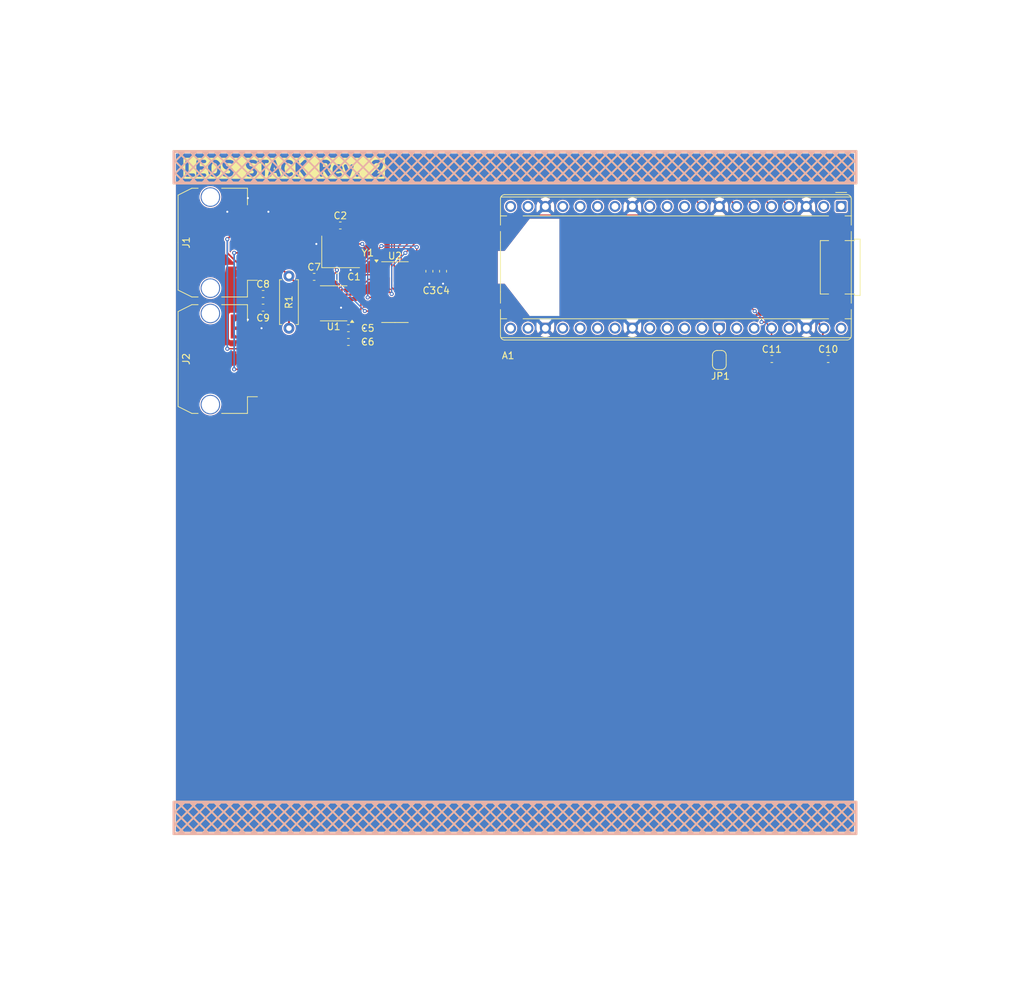
<source format=kicad_pcb>
(kicad_pcb (version 20241229) (generator "pcbnew") (generator_version "9.0")
  (title_block (title "LEOS Stack Template") (date "2025-09-26") (rev "2") (company "Lightning From The Edge of Space"))
  (layers (0 "F.Cu" signal) (2 "B.Cu" signal) (13 "F.Paste" user) (15 "B.Paste" user) (5 "F.SilkS" user "F.Silkscreen") (7 "B.SilkS" user "B.Silkscreen") (1 "F.Mask" user) (3 "B.Mask" user) (25 "Edge.Cuts" user))
  (net 0 "")
  (net 1 "GP14")
  (net 2 "GP21")
  (net 3 "GP20")
  (net 4 "/CAN_SCK")
  (net 5 "UART0_RX")
  (net 6 "GP7")
  (net 7 "GP10")
  (net 8 "GP17")
  (net 9 "ADC2")
  (net 10 "/CAN_MISO")
  (net 11 "UART0_TX")
  (net 12 "I2C0_SCL")
  (net 13 "GND")
  (net 14 "I2C0_SDA")
  (net 16 "VDD")
  (net 17 "GP22")
  (net 18 "RUN")
  (net 20 "GP16")
  (net 21 "GP11")
  (net 22 "GP15")
  (net 23 "Net-(A1-AGND)")
  (net 24 "GP13")
  (net 25 "ADC1")
  (net 26 "GP19")
  (net 27 "GP12")
  (net 28 "ADC0")
  (net 30 "GP18")
  (net 31 "/CAN_INT")
  (net 32 "/CAN_MOSI")
  (net 33 "/CAN_CS")
  (net 34 "+5V")
  (net 35 "/OSC1")
  (net 36 "/OSC2")
  (net 37 "/CAN+")
  (net 38 "/CAN-")
  (net 39 "/RXCAN")
  (net 40 "/TXCAN")
  (footprint "Module:RaspberryPi_Pico_Common_THT" (layer "F.Cu") (at 197.62 58.22 -90)
    (property "Reference" "A1" (at 21.78 49.62 0) (layer "F.SilkS") (effects (justify left)))
    (property "Value" "RaspberryPi_Pico")
    (fp_line (start -1.11 49.74) (end 2.727939 49.74) (stroke (width 0.12)) (layer "F.SilkS"))
    (fp_line (start 5.29 49.74) (end 3.652061 49.74) (stroke (width 0.12)) (layer "F.SilkS"))
    (fp_line (start 12.49 49.74) (end 5.29 49.74) (stroke (width 0.12)) (layer "F.SilkS"))
    (fp_line (start 14.127939 49.74) (end 12.49 49.74) (stroke (width 0.12)) (layer "F.SilkS"))
    (fp_line (start 15.052061 49.74) (end 18.89 49.74) (stroke (width 0.12)) (layer "F.SilkS"))
    (fp_line (start 19.16 49.677) (end 19.16 -1.417) (stroke (width 0.12)) (layer "F.SilkS"))
    (fp_line (start 1.38 48.82648) (end 1.38 49.74) (stroke (width 0.12)) (layer "F.SilkS"))
    (fp_line (start 16.4 48.82648) (end 16.4 49.74) (stroke (width 0.12)) (layer "F.SilkS"))
    (fp_line (start 12.79 3.04) (end 4.99 3.04) (stroke (width 0.12)) (layer "F.SilkS"))
    (fp_line (start 1.38 1.82648) (end 1.38 46.43352) (stroke (width 0.12)) (layer "F.SilkS"))
    (fp_line (start 16.4 1.82648) (end 16.4 46.43352) (stroke (width 0.12)) (layer "F.SilkS"))
    (fp_line (start 4.99 1.824) (end 4.99 3.04) (stroke (width 0.12)) (layer "F.SilkS"))
    (fp_line (start 12.79 1.824) (end 12.79 3.04) (stroke (width 0.12)) (layer "F.SilkS"))
    (fp_line (start -2.04 0.8) (end -2.04 -0.8) (stroke (width 0.12)) (layer "F.SilkS"))
    (fp_line (start -1.72 -0.87) (end -1.72 49.13) (stroke (width 0.12)) (layer "F.SilkS"))
    (fp_line (start 19.5 -0.87) (end 19.5 49.13) (stroke (width 0.12)) (layer "F.SilkS"))
    (fp_line (start -1.38 -1.417) (end -1.38 49.677) (stroke (width 0.12)) (layer "F.SilkS"))
    (fp_line (start -1.11 -1.48) (end 1.38 -1.48) (stroke (width 0.12)) (layer "F.SilkS"))
    (fp_line (start 1.38 -1.48) (end 1.38 -0.56648) (stroke (width 0.12)) (layer "F.SilkS"))
    (fp_line (start 1.38 -1.48) (end 2.72794 -1.48) (stroke (width 0.12)) (layer "F.SilkS"))
    (fp_line (start 3.652061 -1.48) (end 4.655 -1.48) (stroke (width 0.12)) (layer "F.SilkS"))
    (fp_line (start 4.655 -1.48) (end 13.125 -1.48) (stroke (width 0.12)) (layer "F.SilkS"))
    (fp_line (start 13.125 -1.48) (end 14.127939 -1.48) (stroke (width 0.12)) (layer "F.SilkS"))
    (fp_line (start 15.052061 -1.48) (end 16.4 -1.48) (stroke (width 0.12)) (layer "F.SilkS"))
    (fp_line (start 16.4 -1.48) (end 16.4 -0.56648) (stroke (width 0.12)) (layer "F.SilkS"))
    (fp_line (start 18.89 -1.48) (end 16.4 -1.48) (stroke (width 0.12)) (layer "F.SilkS"))
    (fp_line (start 4.78 -1.96) (end 4.99 -1.96) (stroke (width 0.12)) (layer "F.SilkS"))
    (fp_line (start 4.99 -1.96) (end 4.99 -0.564) (stroke (width 0.12)) (layer "F.SilkS"))
    (fp_line (start 12.79 -1.96) (end 12.79 -0.564) (stroke (width 0.12)) (layer "F.SilkS"))
    (fp_line (start 13 -1.96) (end 12.79 -1.96) (stroke (width 0.12)) (layer "F.SilkS"))
    (fp_line (start 4.78 -2.78) (end 4.78 -1.96) (stroke (width 0.12)) (layer "F.SilkS"))
    (fp_line (start 4.78 -2.78) (end 13 -2.78) (stroke (width 0.12)) (layer "F.SilkS"))
    (fp_line (start 13 -2.78) (end 13 -1.96) (stroke (width 0.12)) (layer "F.SilkS"))
    (fp_arc (start -1.11 49.74) (mid -1.541364 49.561364) (end -1.72 49.13) (stroke (width 0.12)) (layer "F.SilkS"))
    (fp_arc (start 19.5 49.13) (mid 19.321335 49.561335) (end 18.89 49.74) (stroke (width 0.12)) (layer "F.SilkS"))
    (fp_arc (start -1.72 -0.87) (mid -1.541335 -1.301335) (end -1.11 -1.48) (stroke (width 0.12)) (layer "F.SilkS"))
    (fp_arc (start 18.89 -1.48) (mid 19.321335 -1.301335) (end 19.5 -0.87) (stroke (width 0.12)) (layer "F.SilkS"))
    (pad "1" thru_hole roundrect (at 0 0 270) (size 1.6 1.6) (drill 1) (layers "*.Cu" "*.Mask") (roundrect_rratio 0.125) (net 11 "UART0_TX"))
    (pad "2" thru_hole circle (at 0 2.54 270) (size 1.6 1.6) (drill 1) (layers "*.Cu" "*.Mask") (net 5 "UART0_RX"))
    (pad "3" thru_hole custom (at 0 5.08 270) (size 1.6 1.6) (drill 1) (layers "*.Cu" "*.Mask") (net 13 "GND") (options (clearance outline) (anchor circle)) (primitives (gr_poly (pts (xy 0.8 0.6) (xy 0.8 -0.6) (xy 0.6 -0.8) (xy 0 -0.8) (xy 0 0.8) (xy 0.6 0.8)) (width 0) (fill yes)) (gr_circle (center 0.6 0.6) (end 0.8 0.6) (width 0) (fill yes)) (gr_circle (center 0.6 -0.6) (end 0.8 -0.6) (width 0) (fill yes))))
    (pad "4" thru_hole circle (at 0 7.62 270) (size 1.6 1.6) (drill 1) (layers "*.Cu" "*.Mask") (net 4 "/CAN_SCK"))
    (pad "5" thru_hole circle (at 0 10.16 270) (size 1.6 1.6) (drill 1) (layers "*.Cu" "*.Mask") (net 32 "/CAN_MOSI"))
    (pad "6" thru_hole circle (at 0 12.7 270) (size 1.6 1.6) (drill 1) (layers "*.Cu" "*.Mask") (net 10 "/CAN_MISO"))
    (pad "7" thru_hole circle (at 0 15.24 270) (size 1.6 1.6) (drill 1) (layers "*.Cu" "*.Mask") (net 33 "/CAN_CS"))
    (pad "8" thru_hole custom (at 0 17.78 270) (size 1.6 1.6) (drill 1) (layers "*.Cu" "*.Mask") (net 13 "GND") (options (clearance outline) (anchor circle)) (primitives (gr_poly (pts (xy 0.8 0.6) (xy 0.8 -0.6) (xy 0.6 -0.8) (xy 0 -0.8) (xy 0 0.8) (xy 0.6 0.8)) (width 0) (fill yes)) (gr_circle (center 0.6 0.6) (end 0.8 0.6) (width 0) (fill yes)) (gr_circle (center 0.6 -0.6) (end 0.8 -0.6) (width 0) (fill yes))))
    (pad "9" thru_hole circle (at 0 20.32 270) (size 1.6 1.6) (drill 1) (layers "*.Cu" "*.Mask") (net 31 "/CAN_INT"))
    (pad "10" thru_hole circle (at 0 22.86 270) (size 1.6 1.6) (drill 1) (layers "*.Cu" "*.Mask") (net 6 "GP7"))
    (pad "11" thru_hole circle (at 0 25.4 270) (size 1.6 1.6) (drill 1) (layers "*.Cu" "*.Mask") (net 14 "I2C0_SDA"))
    (pad "12" thru_hole circle (at 0 27.94 270) (size 1.6 1.6) (drill 1) (layers "*.Cu" "*.Mask") (net 12 "I2C0_SCL"))
    (pad "13" thru_hole custom (at 0 30.48 270) (size 1.6 1.6) (drill 1) (layers "*.Cu" "*.Mask") (net 13 "GND") (options (clearance outline) (anchor circle)) (primitives (gr_poly (pts (xy 0.8 0.6) (xy 0.8 -0.6) (xy 0.6 -0.8) (xy 0 -0.8) (xy 0 0.8) (xy 0.6 0.8)) (width 0) (fill yes)) (gr_circle (center 0.6 0.6) (end 0.8 0.6) (width 0) (fill yes)) (gr_circle (center 0.6 -0.6) (end 0.8 -0.6) (width 0) (fill yes))))
    (pad "14" thru_hole circle (at 0 33.02 270) (size 1.6 1.6) (drill 1) (layers "*.Cu" "*.Mask") (net 7 "GP10"))
    (pad "15" thru_hole circle (at 0 35.56 270) (size 1.6 1.6) (drill 1) (layers "*.Cu" "*.Mask") (net 21 "GP11"))
    (pad "16" thru_hole circle (at 0 38.1 270) (size 1.6 1.6) (drill 1) (layers "*.Cu" "*.Mask") (net 27 "GP12"))
    (pad "17" thru_hole circle (at 0 40.64 270) (size 1.6 1.6) (drill 1) (layers "*.Cu" "*.Mask") (net 24 "GP13"))
    (pad "18" thru_hole custom (at 0 43.18 270) (size 1.6 1.6) (drill 1) (layers "*.Cu" "*.Mask") (net 13 "GND") (options (clearance outline) (anchor circle)) (primitives (gr_poly (pts (xy 0.8 0.6) (xy 0.8 -0.6) (xy 0.6 -0.8) (xy 0 -0.8) (xy 0 0.8) (xy 0.6 0.8)) (width 0) (fill yes)) (gr_circle (center 0.6 0.6) (end 0.8 0.6) (width 0) (fill yes)) (gr_circle (center 0.6 -0.6) (end 0.8 -0.6) (width 0) (fill yes))))
    (pad "19" thru_hole circle (at 0 45.72 270) (size 1.6 1.6) (drill 1) (layers "*.Cu" "*.Mask") (net 1 "GP14"))
    (pad "20" thru_hole circle (at 0 48.26 270) (size 1.6 1.6) (drill 1) (layers "*.Cu" "*.Mask") (net 22 "GP15"))
    (pad "21" thru_hole circle (at 17.78 48.26 270) (size 1.6 1.6) (drill 1) (layers "*.Cu" "*.Mask") (net 20 "GP16"))
    (pad "22" thru_hole circle (at 17.78 45.72 270) (size 1.6 1.6) (drill 1) (layers "*.Cu" "*.Mask") (net 8 "GP17"))
    (pad "23" thru_hole custom (at 17.78 43.18 270) (size 1.6 1.6) (drill 1) (layers "*.Cu" "*.Mask") (net 13 "GND") (options (clearance outline) (anchor circle)) (primitives (gr_poly (pts (xy -0.8 0.6) (xy -0.8 -0.6) (xy -0.6 -0.8) (xy 0 -0.8) (xy 0 0.8) (xy -0.6 0.8)) (width 0) (fill yes)) (gr_circle (center -0.6 0.6) (end -0.4 0.6) (width 0) (fill yes)) (gr_circle (center -0.6 -0.6) (end -0.4 -0.6) (width 0) (fill yes))))
    (pad "24" thru_hole circle (at 17.78 40.64 270) (size 1.6 1.6) (drill 1) (layers "*.Cu" "*.Mask") (net 30 "GP18"))
    (pad "25" thru_hole circle (at 17.78 38.1 270) (size 1.6 1.6) (drill 1) (layers "*.Cu" "*.Mask") (net 26 "GP19"))
    (pad "26" thru_hole circle (at 17.78 35.56 270) (size 1.6 1.6) (drill 1) (layers "*.Cu" "*.Mask") (net 3 "GP20"))
    (pad "27" thru_hole circle (at 17.78 33.02 270) (size 1.6 1.6) (drill 1) (layers "*.Cu" "*.Mask") (net 2 "GP21"))
    (pad "28" thru_hole custom (at 17.78 30.48 270) (size 1.6 1.6) (drill 1) (layers "*.Cu" "*.Mask") (net 13 "GND") (options (clearance outline) (anchor circle)) (primitives (gr_poly (pts (xy -0.8 0.6) (xy -0.8 -0.6) (xy -0.6 -0.8) (xy 0 -0.8) (xy 0 0.8) (xy -0.6 0.8)) (width 0) (fill yes)) (gr_circle (center -0.6 0.6) (end -0.4 0.6) (width 0) (fill yes)) (gr_circle (center -0.6 -0.6) (end -0.4 -0.6) (width 0) (fill yes))))
    (pad "29" thru_hole circle (at 17.78 27.94 270) (size 1.6 1.6) (drill 1) (layers "*.Cu" "*.Mask") (net 17 "GP22"))
    (pad "30" thru_hole circle (at 17.78 25.4 270) (size 1.6 1.6) (drill 1) (layers "*.Cu" "*.Mask") (net 18 "RUN"))
    (pad "31" thru_hole circle (at 17.78 22.86 270) (size 1.6 1.6) (drill 1) (layers "*.Cu" "*.Mask") (net 28 "ADC0"))
    (pad "32" thru_hole circle (at 17.78 20.32 270) (size 1.6 1.6) (drill 1) (layers "*.Cu" "*.Mask") (net 25 "ADC1"))
    (pad "33" thru_hole custom (at 17.78 17.78 270) (size 1.6 1.6) (drill 1) (layers "*.Cu" "*.Mask") (net 23 "Net-(A1-AGND)") (options (clearance outline) (anchor circle)) (primitives (gr_poly (pts (xy -0.8 0.6) (xy -0.8 -0.6) (xy -0.6 -0.8) (xy 0 -0.8) (xy 0 0.8) (xy -0.6 0.8)) (width 0) (fill yes)) (gr_circle (center -0.6 0.6) (end -0.4 0.6) (width 0) (fill yes)) (gr_circle (center -0.6 -0.6) (end -0.4 -0.6) (width 0) (fill yes))))
    (pad "34" thru_hole circle (at 17.78 15.24 270) (size 1.6 1.6) (drill 1) (layers "*.Cu" "*.Mask") (net 9 "ADC2"))
    (pad "35" thru_hole circle (at 17.78 12.7 270) (size 1.6 1.6) (drill 1) (layers "*.Cu" "*.Mask"))
    (pad "36" thru_hole circle (at 17.78 10.16 270) (size 1.6 1.6) (drill 1) (layers "*.Cu" "*.Mask") (net 16 "VDD"))
    (pad "37" thru_hole circle (at 17.78 7.62 270) (size 1.6 1.6) (drill 1) (layers "*.Cu" "*.Mask"))
    (pad "38" thru_hole custom (at 17.78 5.08 270) (size 1.6 1.6) (drill 1) (layers "*.Cu" "*.Mask") (net 13 "GND") (options (clearance outline) (anchor circle)) (primitives (gr_poly (pts (xy -0.8 0.6) (xy -0.8 -0.6) (xy -0.6 -0.8) (xy 0 -0.8) (xy 0 0.8) (xy -0.6 0.8)) (width 0) (fill yes)) (gr_circle (center -0.6 0.6) (end -0.4 0.6) (width 0) (fill yes)) (gr_circle (center -0.6 -0.6) (end -0.4 -0.6) (width 0) (fill yes))))
    (pad "39" thru_hole circle (at 17.78 2.54 270) (size 1.6 1.6) (drill 1) (layers "*.Cu" "*.Mask") (net 34 "+5V"))
    (pad "40" thru_hole circle (at 17.78 0 270) (size 1.6 1.6) (drill 1) (layers "*.Cu" "*.Mask"))
    (zone (net 0) (net_name "") (layers "F.Cu" "B.Cu" "F.Paste" "B.Paste") (name "Antenna Copper Keep Out") (connect_pads (clearance 0)) (min_thickness 0.254)
      (keepout (tracks not_allowed) (vias not_allowed) (pads not_allowed) (copperpour not_allowed) (footprints allowed))
      (fill (thermal_gap 0.508) (thermal_bridge_width 0.508))
      (polygon (pts (xy 148.500105 64.71) (xy 152.150105 60.01) (xy 156.49 60.01) (xy 156.49 74.21) (xy 152.150105 74.21) (xy 148.500105 69.51) (xy 147.49 69.51) (xy 147.49 64.71)))
    )
  )
  (footprint "Package_SO:SOIC-14_3.9x8.7mm_P1.27mm" (layer "F.Cu") (at 132.475 70.73)
    (property "Reference" "U2" (at 0 -5.28 0) (layer "F.SilkS"))
    (property "Value" "MCP2518FD")
    (fp_line (start 0 -4.435) (end -1.95 -4.435) (stroke (width 0.12)) (layer "F.SilkS"))
    (fp_line (start 0 -4.435) (end 1.95 -4.435) (stroke (width 0.12)) (layer "F.SilkS"))
    (fp_line (start 0 4.435) (end -1.95 4.435) (stroke (width 0.12)) (layer "F.SilkS"))
    (fp_line (start 0 4.435) (end 1.95 4.435) (stroke (width 0.12)) (layer "F.SilkS"))
    (fp_poly (pts (xy -2.7 -4.37) (xy -2.94 -4.7) (xy -2.46 -4.7)) (stroke (width 0.12)) (fill yes) (layer "F.SilkS"))
    (pad "1" smd roundrect (at -2.475 -3.81) (size 1.95 0.6) (layers "F.Cu" "F.Mask" "F.Paste") (net 40 "/TXCAN"))
    (pad "2" smd roundrect (at -2.475 -2.54) (size 1.95 0.6) (layers "F.Cu" "F.Mask" "F.Paste") (net 39 "/RXCAN"))
    (pad "3" smd roundrect (at -2.475 -1.27) (size 1.95 0.6) (layers "F.Cu" "F.Mask" "F.Paste"))
    (pad "4" smd roundrect (at -2.475 0) (size 1.95 0.6) (layers "F.Cu" "F.Mask" "F.Paste") (net 31 "/CAN_INT"))
    (pad "5" smd roundrect (at -2.475 1.27) (size 1.95 0.6) (layers "F.Cu" "F.Mask" "F.Paste") (net 36 "/OSC2"))
    (pad "6" smd roundrect (at -2.475 2.54) (size 1.95 0.6) (layers "F.Cu" "F.Mask" "F.Paste") (net 35 "/OSC1"))
    (pad "7" smd roundrect (at -2.475 3.81) (size 1.95 0.6) (layers "F.Cu" "F.Mask" "F.Paste") (net 13 "GND"))
    (pad "8" smd roundrect (at 2.475 3.81) (size 1.95 0.6) (layers "F.Cu" "F.Mask" "F.Paste"))
    (pad "9" smd roundrect (at 2.475 2.54) (size 1.95 0.6) (layers "F.Cu" "F.Mask" "F.Paste"))
    (pad "10" smd roundrect (at 2.475 1.27) (size 1.95 0.6) (layers "F.Cu" "F.Mask" "F.Paste") (net 4 "/CAN_SCK"))
    (pad "11" smd roundrect (at 2.475 0) (size 1.95 0.6) (layers "F.Cu" "F.Mask" "F.Paste") (net 32 "/CAN_MOSI"))
    (pad "12" smd roundrect (at 2.475 -1.27) (size 1.95 0.6) (layers "F.Cu" "F.Mask" "F.Paste") (net 10 "/CAN_MISO"))
    (pad "13" smd roundrect (at 2.475 -2.54) (size 1.95 0.6) (layers "F.Cu" "F.Mask" "F.Paste") (net 33 "/CAN_CS"))
    (pad "14" smd roundrect (at 2.475 -3.81) (size 1.95 0.6) (layers "F.Cu" "F.Mask" "F.Paste") (net 16 "VDD"))
  )
  (footprint "Capacitor_SMD:C_0603_1608Metric" (layer "F.Cu") (at 120.68 68.5)
    (property "Reference" "C7" (at 0 -1.43 0) (layer "F.SilkS"))
    (property "Value" "0.1uF")
    (fp_line (start -0.14058 -0.51) (end 0.14058 -0.51) (stroke (width 0.12)) (layer "F.SilkS"))
    (fp_line (start -0.14058 0.51) (end 0.14058 0.51) (stroke (width 0.12)) (layer "F.SilkS"))
    (pad "1" smd roundrect (at -0.775 0) (size 0.9 0.95) (layers "F.Cu" "F.Mask" "F.Paste") (net 16 "VDD"))
    (pad "2" smd roundrect (at 0.775 0) (size 0.9 0.95) (layers "F.Cu" "F.Mask" "F.Paste") (net 13 "GND"))
  )
  (footprint "Connector_Molex:Molex_Micro-Fit_3.0_43650-0410_1x04-1MP_P3.00mm_Horizontal_PnP" (layer "F.Cu") (at 105.88 80.5 90)
    (property "Reference" "J2" (at 0 -3.88 90) (layer "F.SilkS"))
    (property "Value" "MicroFit_1x4")
    (fp_line (start 6.935 -5.06) (end 7.935 -3.06) (stroke (width 0.12)) (layer "F.SilkS"))
    (fp_line (start 0 -5.06) (end 6.935 -5.06) (stroke (width 0.12)) (layer "F.SilkS"))
    (fp_line (start 0 -5.06) (end -6.935 -5.06) (stroke (width 0.12)) (layer "F.SilkS"))
    (fp_line (start -6.935 -5.06) (end -7.935 -3.06) (stroke (width 0.12)) (layer "F.SilkS"))
    (fp_line (start 7.935 -3.06) (end 7.935 -2.14) (stroke (width 0.12)) (layer "F.SilkS"))
    (fp_line (start -7.935 -3.06) (end -7.935 -2.14) (stroke (width 0.12)) (layer "F.SilkS"))
    (fp_line (start 7.935 1.29) (end 7.935 5.06) (stroke (width 0.12)) (layer "F.SilkS"))
    (fp_line (start -7.935 1.29) (end -7.935 5.06) (stroke (width 0.12)) (layer "F.SilkS"))
    (fp_line (start 7.935 5.06) (end 5.505 5.06) (stroke (width 0.12)) (layer "F.SilkS"))
    (fp_line (start -5.505 5.06) (end -5.505 6.52) (stroke (width 0.12)) (layer "F.SilkS"))
    (fp_line (start -7.935 5.06) (end -5.505 5.06) (stroke (width 0.12)) (layer "F.SilkS"))
    (pad "1" smd rect (at -4.5 5.12 90) (size 1.27 2.92) (layers "F.Cu" "F.Mask" "F.Paste") (net 34 "+5V"))
    (pad "2" smd rect (at -1.5 5.12 90) (size 1.27 2.92) (layers "F.Cu" "F.Mask" "F.Paste") (net 37 "/CAN+"))
    (pad "3" smd rect (at 1.5 5.12 90) (size 1.27 2.92) (layers "F.Cu" "F.Mask" "F.Paste") (net 38 "/CAN-"))
    (pad "4" smd rect (at 4.5 5.12 90) (size 1.27 2.92) (layers "F.Cu" "F.Mask" "F.Paste") (net 13 "GND"))
    (pad "MP" thru_hole circle (at -6.65 -0.35 90) (size 2.84 2.84) (drill 2.54) (property pad_prop_heatsink) (layers "*.Cu" "*.Mask"))
    (pad "MP" thru_hole circle (at 6.65 -0.35 90) (size 2.84 2.84) (drill 2.54) (property pad_prop_heatsink) (layers "*.Cu" "*.Mask"))
  )
  (footprint "Package_SO:SOIC-8_3.9x4.9mm_P1.27mm" (layer "F.Cu") (at 123.525 72.365 180)
    (property "Reference" "U1" (at 0 -3.4 0) (layer "F.SilkS"))
    (property "Value" "MCP2562FD")
    (fp_line (start 0 2.56) (end 1.95 2.56) (stroke (width 0.12)) (layer "F.SilkS"))
    (fp_line (start 0 2.56) (end -1.95 2.56) (stroke (width 0.12)) (layer "F.SilkS"))
    (fp_line (start 0 -2.56) (end 1.95 -2.56) (stroke (width 0.12)) (layer "F.SilkS"))
    (fp_line (start 0 -2.56) (end -1.95 -2.56) (stroke (width 0.12)) (layer "F.SilkS"))
    (fp_poly (pts (xy -2.7 -2.465) (xy -2.94 -2.795) (xy -2.46 -2.795)) (stroke (width 0.12)) (fill yes) (layer "F.SilkS"))
    (pad "1" smd roundrect (at -2.475 -1.905 180) (size 1.95 0.6) (layers "F.Cu" "F.Mask" "F.Paste") (net 40 "/TXCAN"))
    (pad "2" smd roundrect (at -2.475 -0.635 180) (size 1.95 0.6) (layers "F.Cu" "F.Mask" "F.Paste") (net 13 "GND"))
    (pad "3" smd roundrect (at -2.475 0.635 180) (size 1.95 0.6) (layers "F.Cu" "F.Mask" "F.Paste") (net 34 "+5V"))
    (pad "4" smd roundrect (at -2.475 1.905 180) (size 1.95 0.6) (layers "F.Cu" "F.Mask" "F.Paste") (net 39 "/RXCAN"))
    (pad "5" smd roundrect (at 2.475 1.905 180) (size 1.95 0.6) (layers "F.Cu" "F.Mask" "F.Paste") (net 16 "VDD"))
    (pad "6" smd roundrect (at 2.475 0.635 180) (size 1.95 0.6) (layers "F.Cu" "F.Mask" "F.Paste") (net 38 "/CAN-"))
    (pad "7" smd roundrect (at 2.475 -0.635 180) (size 1.95 0.6) (layers "F.Cu" "F.Mask" "F.Paste") (net 37 "/CAN+"))
    (pad "8" smd roundrect (at 2.475 -1.905 180) (size 1.95 0.6) (layers "F.Cu" "F.Mask" "F.Paste") (net 13 "GND"))
  )
  (footprint "Capacitor_SMD:C_0603_1608Metric" (layer "F.Cu") (at 124 68.5)
    (property "Reference" "C1" (at 2.5 0 0) (layer "F.SilkS"))
    (property "Value" "12pF")
    (fp_line (start -0.14058 -0.51) (end 0.14058 -0.51) (stroke (width 0.12)) (layer "F.SilkS"))
    (fp_line (start -0.14058 0.51) (end 0.14058 0.51) (stroke (width 0.12)) (layer "F.SilkS"))
    (pad "1" smd roundrect (at -0.775 0) (size 0.9 0.95) (layers "F.Cu" "F.Mask" "F.Paste") (net 35 "/OSC1"))
    (pad "2" smd roundrect (at 0.775 0) (size 0.9 0.95) (layers "F.Cu" "F.Mask" "F.Paste") (net 13 "GND"))
  )
  (footprint "Capacitor_SMD:C_0603_1608Metric" (layer "F.Cu") (at 113.225 71)
    (property "Reference" "C8" (at 0 -1.43 0) (layer "F.SilkS"))
    (property "Value" "47uF")
    (fp_line (start -0.14058 -0.51) (end 0.14058 -0.51) (stroke (width 0.12)) (layer "F.SilkS"))
    (fp_line (start -0.14058 0.51) (end 0.14058 0.51) (stroke (width 0.12)) (layer "F.SilkS"))
    (pad "1" smd roundrect (at -0.775 0) (size 0.9 0.95) (layers "F.Cu" "F.Mask" "F.Paste") (net 34 "+5V"))
    (pad "2" smd roundrect (at 0.775 0) (size 0.9 0.95) (layers "F.Cu" "F.Mask" "F.Paste") (net 13 "GND"))
  )
  (footprint "Capacitor_SMD:C_0603_1608Metric" (layer "F.Cu") (at 125.68 78)
    (property "Reference" "C6" (at 2.82 0 0) (layer "F.SilkS"))
    (property "Value" "1uF")
    (fp_line (start -0.14058 -0.51) (end 0.14058 -0.51) (stroke (width 0.12)) (layer "F.SilkS"))
    (fp_line (start -0.14058 0.51) (end 0.14058 0.51) (stroke (width 0.12)) (layer "F.SilkS"))
    (pad "1" smd roundrect (at -0.775 0) (size 0.9 0.95) (layers "F.Cu" "F.Mask" "F.Paste") (net 34 "+5V"))
    (pad "2" smd roundrect (at 0.775 0) (size 0.9 0.95) (layers "F.Cu" "F.Mask" "F.Paste") (net 13 "GND"))
  )
  (footprint "Capacitor_SMD:C_0603_1608Metric" (layer "F.Cu") (at 139.5 67.68 -90)
    (property "Reference" "C4" (at 2.82 0 0) (layer "F.SilkS"))
    (property "Value" "1uF")
    (fp_line (start -0.14058 0.51) (end 0.14058 0.51) (stroke (width 0.12)) (layer "F.SilkS"))
    (fp_line (start -0.14058 -0.51) (end 0.14058 -0.51) (stroke (width 0.12)) (layer "F.SilkS"))
    (pad "1" smd roundrect (at -0.775 0 270) (size 0.9 0.95) (layers "F.Cu" "F.Mask" "F.Paste") (net 16 "VDD"))
    (pad "2" smd roundrect (at 0.775 0 270) (size 0.9 0.95) (layers "F.Cu" "F.Mask" "F.Paste") (net 13 "GND"))
  )
  (footprint "Capacitor_SMD:C_0603_1608Metric" (layer "F.Cu") (at 137.5 67.68 -90)
    (property "Reference" "C3" (at 2.82 0 0) (layer "F.SilkS"))
    (property "Value" "0.1uF")
    (fp_line (start -0.14058 0.51) (end 0.14058 0.51) (stroke (width 0.12)) (layer "F.SilkS"))
    (fp_line (start -0.14058 -0.51) (end 0.14058 -0.51) (stroke (width 0.12)) (layer "F.SilkS"))
    (pad "1" smd roundrect (at -0.775 0 270) (size 0.9 0.95) (layers "F.Cu" "F.Mask" "F.Paste") (net 16 "VDD"))
    (pad "2" smd roundrect (at 0.775 0 270) (size 0.9 0.95) (layers "F.Cu" "F.Mask" "F.Paste") (net 13 "GND"))
  )
  (footprint "Capacitor_SMD:C_0603_1608Metric" (layer "F.Cu") (at 113.225 73)
    (property "Reference" "C9" (at 0 1.5 0) (layer "F.SilkS"))
    (property "Value" "0.1uF")
    (fp_line (start -0.14058 -0.51) (end 0.14058 -0.51) (stroke (width 0.12)) (layer "F.SilkS"))
    (fp_line (start -0.14058 0.51) (end 0.14058 0.51) (stroke (width 0.12)) (layer "F.SilkS"))
    (pad "1" smd roundrect (at -0.775 0) (size 0.9 0.95) (layers "F.Cu" "F.Mask" "F.Paste") (net 34 "+5V"))
    (pad "2" smd roundrect (at 0.775 0) (size 0.9 0.95) (layers "F.Cu" "F.Mask" "F.Paste") (net 13 "GND"))
  )
  (footprint "Crystal:Crystal_SMD_3225-4Pin_3.2x2.5mm_HandSoldering" (layer "F.Cu") (at 124.55 64.85)
    (property "Reference" "Y1" (at 3.95 0.15 0) (layer "F.SilkS"))
    (property "Value" "40 MHz")
    (fp_line (start -2.76 -2.31) (end -2.76 2.31) (stroke (width 0.12)) (layer "F.SilkS"))
    (fp_line (start -2.76 2.31) (end 2.76 2.31) (stroke (width 0.12)) (layer "F.SilkS"))
    (pad "1" smd roundrect (at -1.45 1.15) (size 2.1 1.8) (layers "F.Cu" "F.Mask" "F.Paste") (roundrect_rratio 0.138889) (net 35 "/OSC1"))
    (pad "2" smd roundrect (at 1.45 1.15) (size 2.1 1.8) (layers "F.Cu" "F.Mask" "F.Paste") (roundrect_rratio 0.138889) (net 13 "GND"))
    (pad "3" smd roundrect (at 1.45 -1.15) (size 2.1 1.8) (layers "F.Cu" "F.Mask" "F.Paste") (roundrect_rratio 0.138889) (net 36 "/OSC2"))
    (pad "4" smd roundrect (at -1.45 -1.15) (size 2.1 1.8) (layers "F.Cu" "F.Mask" "F.Paste") (roundrect_rratio 0.138889) (net 13 "GND"))
  )
  (footprint "Capacitor_SMD:C_0603_1608Metric" (layer "F.Cu") (at 124.5 61)
    (property "Reference" "C2" (at 0 -1.43 0) (layer "F.SilkS"))
    (property "Value" "12pF")
    (fp_line (start -0.14058 -0.51) (end 0.14058 -0.51) (stroke (width 0.12)) (layer "F.SilkS"))
    (fp_line (start -0.14058 0.51) (end 0.14058 0.51) (stroke (width 0.12)) (layer "F.SilkS"))
    (pad "1" smd roundrect (at -0.775 0) (size 0.9 0.95) (layers "F.Cu" "F.Mask" "F.Paste") (net 13 "GND"))
    (pad "2" smd roundrect (at 0.775 0) (size 0.9 0.95) (layers "F.Cu" "F.Mask" "F.Paste") (net 36 "/OSC2"))
  )
  (footprint "Capacitor_SMD:C_0603_1608Metric" (layer "F.Cu") (at 195.725 80.5)
    (property "Reference" "C10" (at 0 -1.43 0) (layer "F.SilkS"))
    (property "Value" "0.1uF")
    (fp_line (start -0.14058 -0.51) (end 0.14058 -0.51) (stroke (width 0.12)) (layer "F.SilkS"))
    (fp_line (start -0.14058 0.51) (end 0.14058 0.51) (stroke (width 0.12)) (layer "F.SilkS"))
    (pad "1" smd roundrect (at -0.775 0) (size 0.9 0.95) (layers "F.Cu" "F.Mask" "F.Paste") (net 34 "+5V"))
    (pad "2" smd roundrect (at 0.775 0) (size 0.9 0.95) (layers "F.Cu" "F.Mask" "F.Paste") (net 13 "GND"))
  )
  (footprint "Resistor_THT:R_Axial_DIN0207_L6.3mm_D2.5mm_P7.62mm_Horizontal" (layer "F.Cu") (at 117 76 90)
    (property "Reference" "R1" (at 3.81 0 90) (layer "F.SilkS"))
    (property "Value" "120R")
    (fp_line (start 7.08 -1.37) (end 7.08 -1.04) (stroke (width 0.12)) (layer "F.SilkS"))
    (fp_line (start 0.54 -1.37) (end 7.08 -1.37) (stroke (width 0.12)) (layer "F.SilkS"))
    (fp_line (start 0.54 -1.04) (end 0.54 -1.37) (stroke (width 0.12)) (layer "F.SilkS"))
    (fp_line (start 0.54 1.04) (end 0.54 1.37) (stroke (width 0.12)) (layer "F.SilkS"))
    (fp_line (start 7.08 1.37) (end 7.08 1.04) (stroke (width 0.12)) (layer "F.SilkS"))
    (fp_line (start 0.54 1.37) (end 7.08 1.37) (stroke (width 0.12)) (layer "F.SilkS"))
    (pad "1" thru_hole circle (at 0 0 90) (size 1.6 1.6) (drill 0.8) (layers "*.Cu" "*.Mask") (net 38 "/CAN-"))
    (pad "2" thru_hole circle (at 7.62 0 90) (size 1.6 1.6) (drill 0.8) (layers "*.Cu" "*.Mask") (net 37 "/CAN+"))
  )
  (footprint "Connector_Molex:Molex_Micro-Fit_3.0_43650-0410_1x04-1MP_P3.00mm_Horizontal_PnP" (layer "F.Cu") (at 105.88 63.5 90)
    (property "Reference" "J1" (at 0 -3.88 90) (layer "F.SilkS"))
    (property "Value" "MicroFit_1x4")
    (fp_line (start 6.935 -5.06) (end 7.935 -3.06) (stroke (width 0.12)) (layer "F.SilkS"))
    (fp_line (start 0 -5.06) (end 6.935 -5.06) (stroke (width 0.12)) (layer "F.SilkS"))
    (fp_line (start 0 -5.06) (end -6.935 -5.06) (stroke (width 0.12)) (layer "F.SilkS"))
    (fp_line (start -6.935 -5.06) (end -7.935 -3.06) (stroke (width 0.12)) (layer "F.SilkS"))
    (fp_line (start 7.935 -3.06) (end 7.935 -2.14) (stroke (width 0.12)) (layer "F.SilkS"))
    (fp_line (start -7.935 -3.06) (end -7.935 -2.14) (stroke (width 0.12)) (layer "F.SilkS"))
    (fp_line (start 7.935 1.29) (end 7.935 5.06) (stroke (width 0.12)) (layer "F.SilkS"))
    (fp_line (start -7.935 1.29) (end -7.935 5.06) (stroke (width 0.12)) (layer "F.SilkS"))
    (fp_line (start 7.935 5.06) (end 5.505 5.06) (stroke (width 0.12)) (layer "F.SilkS"))
    (fp_line (start -5.505 5.06) (end -5.505 6.52) (stroke (width 0.12)) (layer "F.SilkS"))
    (fp_line (start -7.935 5.06) (end -5.505 5.06) (stroke (width 0.12)) (layer "F.SilkS"))
    (pad "1" smd rect (at -4.5 5.12 90) (size 1.27 2.92) (layers "F.Cu" "F.Mask" "F.Paste") (net 34 "+5V"))
    (pad "2" smd rect (at -1.5 5.12 90) (size 1.27 2.92) (layers "F.Cu" "F.Mask" "F.Paste") (net 37 "/CAN+"))
    (pad "3" smd rect (at 1.5 5.12 90) (size 1.27 2.92) (layers "F.Cu" "F.Mask" "F.Paste") (net 38 "/CAN-"))
    (pad "4" smd rect (at 4.5 5.12 90) (size 1.27 2.92) (layers "F.Cu" "F.Mask" "F.Paste") (net 13 "GND"))
    (pad "MP" thru_hole circle (at -6.65 -0.35 90) (size 2.84 2.84) (drill 2.54) (property pad_prop_heatsink) (layers "*.Cu" "*.Mask"))
    (pad "MP" thru_hole circle (at 6.65 -0.35 90) (size 2.84 2.84) (drill 2.54) (property pad_prop_heatsink) (layers "*.Cu" "*.Mask"))
  )
  (footprint "Capacitor_SMD:C_0603_1608Metric" (layer "F.Cu") (at 187.5 80.5)
    (property "Reference" "C11" (at 0 -1.43 0) (layer "F.SilkS"))
    (property "Value" "10uF")
    (fp_line (start -0.14058 -0.51) (end 0.14058 -0.51) (stroke (width 0.12)) (layer "F.SilkS"))
    (fp_line (start -0.14058 0.51) (end 0.14058 0.51) (stroke (width 0.12)) (layer "F.SilkS"))
    (pad "1" smd roundrect (at -0.775 0) (size 0.9 0.95) (layers "F.Cu" "F.Mask" "F.Paste") (net 16 "VDD"))
    (pad "2" smd roundrect (at 0.775 0) (size 0.9 0.95) (layers "F.Cu" "F.Mask" "F.Paste") (net 13 "GND"))
  )
  (footprint "Jumper:SolderJumper-2_P1.3mm_Bridged_RoundedPad1.0x1.5mm" (layer "F.Cu") (at 179.84 80.65 90)
    (property "Reference" "JP1" (at -2.35 0.16 180) (layer "F.SilkS"))
    (property "Value" "AGND Tie")
    (fp_poly (pts (xy 0.25 -0.3) (xy -0.25 -0.3) (xy -0.25 0.3) (xy 0.25 0.3)) (fill yes) (layer "F.Cu"))
    (fp_line (start -0.7 -1) (end 0.7 -1) (stroke (width 0.12)) (layer "F.SilkS"))
    (fp_line (start 1.4 -0.3) (end 1.4 0.3) (stroke (width 0.12)) (layer "F.SilkS"))
    (fp_line (start -1.4 0.3) (end -1.4 -0.3) (stroke (width 0.12)) (layer "F.SilkS"))
    (fp_line (start 0.7 1) (end -0.7 1) (stroke (width 0.12)) (layer "F.SilkS"))
    (fp_arc (start 0.7 -1) (mid 1.194975 -0.794975) (end 1.4 -0.3) (stroke (width 0.12)) (layer "F.SilkS"))
    (fp_arc (start -1.4 -0.3) (mid -1.194975 -0.794975) (end -0.7 -1) (stroke (width 0.12)) (layer "F.SilkS"))
    (fp_arc (start 1.4 0.3) (mid 1.194975 0.794975) (end 0.7 1) (stroke (width 0.12)) (layer "F.SilkS"))
    (fp_arc (start -0.7 1) (mid -1.194975 0.794975) (end -1.4 0.3) (stroke (width 0.12)) (layer "F.SilkS"))
    (pad "1" smd custom (at -0.65 0 90) (size 1 0.5) (layers "F.Cu" "F.Mask") (net 13 "GND") (options (clearance outline) (anchor rect)) (primitives (gr_circle (center 0 0.25) (end 0.5 0.25) (width 0) (fill yes)) (gr_circle (center 0 -0.25) (end 0.5 -0.25) (width 0) (fill yes)) (gr_poly (pts (xy 0.5 0.75) (xy 0 0.75) (xy 0 -0.75) (xy 0.5 -0.75)) (width 0) (fill yes))))
    (pad "2" smd custom (at 0.65 0 90) (size 1 0.5) (layers "F.Cu" "F.Mask") (net 23 "Net-(A1-AGND)") (options (clearance outline) (anchor rect)) (primitives (gr_circle (center 0 0.25) (end 0.5 0.25) (width 0) (fill yes)) (gr_circle (center 0 -0.25) (end 0.5 -0.25) (width 0) (fill yes)) (gr_poly (pts (xy 0 0.75) (xy -0.5 0.75) (xy -0.5 -0.75) (xy 0 -0.75)) (width 0) (fill yes))))
  )
  (footprint "Capacitor_SMD:C_0603_1608Metric" (layer "F.Cu") (at 125.68 76)
    (property "Reference" "C5" (at 2.82 0 0) (layer "F.SilkS"))
    (property "Value" "0.1uF")
    (fp_line (start -0.14058 -0.51) (end 0.14058 -0.51) (stroke (width 0.12)) (layer "F.SilkS"))
    (fp_line (start -0.14058 0.51) (end 0.14058 0.51) (stroke (width 0.12)) (layer "F.SilkS"))
    (pad "1" smd roundrect (at -0.775 0) (size 0.9 0.95) (layers "F.Cu" "F.Mask" "F.Paste") (net 34 "+5V"))
    (pad "2" smd roundrect (at 0.775 0) (size 0.9 0.95) (layers "F.Cu" "F.Mask" "F.Paste") (net 13 "GND"))
  )
  (gr_rect (start 100 50) (end 200 150) (stroke (width 0.00001)) (fill no) (layer "Edge.Cuts"))
  (gr_text "LEOS STACK Rev. 2" (at 116.25 52.75 0) (layer "F.SilkS" knockout) (effects (font (size 2 2) (thickness 0.5) (bold yes))))
  (segment (start 190 58.22) (end 183.78 52) (width 0.2) (layer "F.Cu") (net 4))
  (segment (start 183.78 52) (end 143 52) (width 0.2) (layer "F.Cu") (net 4))
  (segment (start 132 63) (end 132 70.024999) (width 0.2) (layer "F.Cu") (net 4))
  (segment (start 132 70.024999) (end 133.975001 72) (width 0.2) (layer "F.Cu") (net 4))
  (segment (start 133.975001 72) (end 134.95 72) (width 0.2) (layer "F.Cu") (net 4))
  (segment (start 143 52) (end 132 63) (width 0.2) (layer "F.Cu") (net 4))
  (segment (start 133 68) (end 134.46 69.46) (width 0.2) (layer "F.Cu") (net 10))
  (segment (start 184.92 58.22) (end 180.7 54) (width 0.2) (layer "F.Cu") (net 10))
  (segment (start 143 54) (end 133 64) (width 0.2) (layer "F.Cu") (net 10))
  (segment (start 180.7 54) (end 143 54) (width 0.2) (layer "F.Cu") (net 10))
  (segment (start 134.46 69.46) (end 134.95 69.46) (width 0.2) (layer "F.Cu") (net 10))
  (segment (start 133 64) (end 133 68) (width 0.2) (layer "F.Cu") (net 10))
  (segment (start 125 68.5) (end 126 67.5) (width 0.2) (layer "F.Cu") (net 13))
  (segment (start 126.5 66.5) (end 126 66) (width 0.2) (layer "F.Cu") (net 13))
  (segment (start 124.775 68.5) (end 125 68.5) (width 0.2) (layer "F.Cu") (net 13))
  (segment (start 126 66) (end 126.5 66) (width 0.2) (layer "F.Cu") (net 13))
  (segment (start 124.610602 73) (end 124.607801 73.002801) (width 0.2) (layer "F.Cu") (net 13))
  (segment (start 126 73) (end 124.610602 73) (width 0.2) (layer "F.Cu") (net 13))
  (via (at 128 76) (size 0.6) (drill 0.3) (layers "F.Cu" "B.Cu") (net 13))
  (via (at 111 57) (size 0.6) (drill 0.3) (layers "F.Cu" "B.Cu") (net 13))
  (via (at 111 74.75) (size 0.6) (drill 0.3) (layers "F.Cu" "B.Cu") (net 13))
  (via (at 128 78) (size 0.6) (drill 0.3) (layers "F.Cu" "B.Cu") (net 13))
  (via (at 113 76) (size 0.6) (drill 0.3) (layers "F.Cu" "B.Cu") (net 13))
  (via (at 126 67.5) (size 0.6) (drill 0.3) (layers "F.Cu" "B.Cu") (net 13))
  (via (at 139.5 69.5) (size 0.6) (drill 0.3) (layers "F.Cu" "B.Cu") (net 13))
  (via (at 121 63.7) (size 0.6) (drill 0.3) (layers "F.Cu" "B.Cu") (net 13))
  (via (at 108 59) (size 0.6) (drill 0.3) (layers "F.Cu" "B.Cu") (net 13))
  (via (at 137.5 69.5) (size 0.6) (drill 0.3) (layers "F.Cu" "B.Cu") (net 13))
  (via (at 114 59) (size 0.6) (drill 0.3) (layers "F.Cu" "B.Cu") (net 13))
  (via (at 124.607801 73.002801) (size 0.6) (drill 0.3) (layers "F.Cu" "B.Cu") (net 13))
  (segment (start 124.04 70.46) (end 121.05 70.46) (width 0.2) (layer "F.Cu") (net 16))
  (segment (start 139.485 66.92) (end 139.5 66.905) (width 0.2) (layer "F.Cu") (net 16))
  (segment (start 139.5 66.86) (end 146.86 59.5) (width 0.2) (layer "F.Cu") (net 16))
  (segment (start 186 75.105) (end 186.565 75.105) (width 0.2) (layer "F.Cu") (net 16))
  (segment (start 186.565 75.105) (end 187.46 76) (width 0.2) (layer "F.Cu") (net 16))
  (segment (start 171 59.5) (end 185 73.5) (width 0.2) (layer "F.Cu") (net 16))
  (segment (start 120.46 70.46) (end 119.905 69.905) (width 0.2) (layer "F.Cu") (net 16))
  (segment (start 135.660122 66.209878) (end 135.660122 64.160122) (width 0.2) (layer "F.Cu") (net 16))
  (segment (start 187.46 79.765) (end 186.725 80.5) (width 0.2) (layer "F.Cu") (net 16))
  (segment (start 134.95 66.92) (end 139.485 66.92) (width 0.2) (layer "F.Cu") (net 16))
  (segment (start 119.905 69.905) (end 119.905 68.5) (width 0.2) (layer "F.Cu") (net 16))
  (segment (start 139.5 66.905) (end 139.5 66.86) (width 0.2) (layer "F.Cu") (net 16))
  (segment (start 130.5 64) (end 124.04 70.46) (width 0.2) (layer "F.Cu") (net 16))
  (segment (start 121.05 70.46) (end 120.46 70.46) (width 0.2) (layer "F.Cu") (net 16))
  (segment (start 134.95 66.92) (end 135.660122 66.209878) (width 0.2) (layer "F.Cu") (net 16))
  (segment (start 146.86 59.5) (end 171 59.5) (width 0.2) (layer "F.Cu") (net 16))
  (segment (start 187.46 76) (end 187.46 79.765) (width 0.2) (layer "F.Cu") (net 16))
  (via (at 186 75.105) (size 0.6) (drill 0.3) (layers "F.Cu" "B.Cu") (net 16))
  (via (at 130.5 64) (size 0.6) (drill 0.3) (layers "F.Cu" "B.Cu") (net 16))
  (via (at 185 73.5) (size 0.6) (drill 0.3) (layers "F.Cu" "B.Cu") (net 16))
  (via (at 135.660122 64.160122) (size 0.6) (drill 0.3) (layers "F.Cu" "B.Cu") (net 16))
  (segment (start 130.5 64) (end 135.5 64) (width 0.2) (layer "B.Cu") (net 16))
  (segment (start 186 75.105) (end 186.001 75.104) (width 0.2) (layer "B.Cu") (net 16))
  (segment (start 186.001 74.501) (end 185 73.5) (width 0.2) (layer "B.Cu") (net 16))
  (segment (start 186.001 75.104) (end 186.001 74.501) (width 0.2) (layer "B.Cu") (net 16))
  (segment (start 135.5 64) (end 135.660122 64.160122) (width 0.2) (layer "B.Cu") (net 16))
  (segment (start 179.84 76) (end 179.84 80) (width 0.25) (layer "F.Cu") (net 23))
  (segment (start 130 70.73) (end 131.73 70.73) (width 0.2) (layer "F.Cu") (net 31))
  (segment (start 134 65) (end 143 56) (width 0.2) (layer "F.Cu") (net 31))
  (segment (start 143 56) (end 175.08 56) (width 0.2) (layer "F.Cu") (net 31))
  (segment (start 131.73 70.73) (end 132 71) (width 0.2) (layer "F.Cu") (net 31))
  (segment (start 175.08 56) (end 177.3 58.22) (width 0.2) (layer "F.Cu") (net 31))
  (via (at 132 71) (size 0.6) (drill 0.3) (layers "F.Cu" "B.Cu") (net 31))
  (via (at 134 65) (size 0.6) (drill 0.3) (layers "F.Cu" "B.Cu") (net 31))
  (segment (start 132 71) (end 132 67) (width 0.2) (layer "B.Cu") (net 31))
  (segment (start 132 67) (end 134 65) (width 0.2) (layer "B.Cu") (net 31))
  (segment (start 132.381 63.619) (end 143 53) (width 0.2) (layer "F.Cu") (net 32))
  (segment (start 143 53) (end 182.24 53) (width 0.2) (layer "F.Cu") (net 32))
  (segment (start 134.95 70.73) (end 133.975001 70.73) (width 0.2) (layer "F.Cu") (net 32))
  (segment (start 133.975001 70.73) (end 132.381 69.135999) (width 0.2) (layer "F.Cu") (net 32))
  (segment (start 182.24 53) (end 187.46 58.22) (width 0.2) (layer "F.Cu") (net 32))
  (segment (start 132.381 69.135999) (end 132.381 63.619) (width 0.2) (layer "F.Cu") (net 32))
  (segment (start 133.381 67.595999) (end 133.381 64.619) (width 0.2) (layer "F.Cu") (net 33))
  (segment (start 133.381 64.619) (end 143 55) (width 0.2) (layer "F.Cu") (net 33))
  (segment (start 143 55) (end 179.16 55) (width 0.2) (layer "F.Cu") (net 33))
  (segment (start 133.975001 68.19) (end 133.381 67.595999) (width 0.2) (layer "F.Cu") (net 33))
  (segment (start 134.95 68.19) (end 133.975001 68.19) (width 0.2) (layer "F.Cu") (net 33))
  (segment (start 179.16 55) (end 182.38 58.22) (width 0.2) (layer "F.Cu") (net 33))
  (segment (start 125 76) (end 125.18 75.82) (width 0.25) (layer "F.Cu") (net 34))
  (segment (start 125 79) (end 143 79) (width 0.25) (layer "F.Cu") (net 34))
  (segment (start 194.95 76.55) (end 194.95 80.5) (width 0.25) (layer "F.Cu") (net 34))
  (segment (start 193.58 74.5) (end 195.08 76) (width 0.25) (layer "F.Cu") (net 34))
  (segment (start 147.5 74.5) (end 193.58 74.5) (width 0.25) (layer "F.Cu") (net 34))
  (segment (start 195.08 76) (end 195.08 76.42) (width 0.25) (layer "F.Cu") (net 34))
  (segment (start 124.905 78.905) (end 124.905 76) (width 0.25) (layer "F.Cu") (net 34))
  (segment (start 124.001801 72.751787) (end 124.001801 75.096801) (width 0.25) (layer "F.Cu") (net 34))
  (segment (start 116 79) (end 125 79) (width 0.25) (layer "F.Cu") (net 34))
  (segment (start 124.001801 75.096801) (end 124.905 76) (width 0.25) (layer "F.Cu") (net 34))
  (segment (start 124.905 76) (end 125 76) (width 0.25) (layer "F.Cu") (net 34))
  (segment (start 116 79) (end 114.5 80.5) (width 0.25) (layer "F.Cu") (net 34))
  (segment (start 114.5 80.5) (end 110 80.5) (width 0.25) (layer "F.Cu") (net 34))
  (segment (start 125.023588 71.73) (end 124.001801 72.751787) (width 0.25) (layer "F.Cu") (net 34))
  (segment (start 125 79) (end 124.905 78.905) (width 0.25) (layer "F.Cu") (net 34))
  (segment (start 195.08 76.42) (end 194.95 76.55) (width 0.25) (layer "F.Cu") (net 34))
  (segment (start 126 71.73) (end 125.023588 71.73) (width 0.25) (layer "F.Cu") (net 34))
  (segment (start 143 79) (end 147.5 74.5) (width 0.25) (layer "F.Cu") (net 34))
  (segment (start 123.1 66) (end 123.1 66.6) (width 0.2) (layer "F.Cu") (net 35))
  (segment (start 128.090209 73.5) (end 129.77 73.5) (width 0.2) (layer "F.Cu") (net 35))
  (segment (start 129.77 73.5) (end 130 73.27) (width 0.2) (layer "F.Cu") (net 35))
  (segment (start 123.1 66.6) (end 124 67.5) (width 0.2) (layer "F.Cu") (net 35))
  (segment (start 128.08 73.489791) (end 128.090209 73.5) (width 0.2) (layer "F.Cu") (net 35))
  (segment (start 124 67.5) (end 124 67.725) (width 0.2) (layer "F.Cu") (net 35))
  (segment (start 124 67.725) (end 123.225 68.5) (width 0.2) (layer "F.Cu") (net 35))
  (via (at 128.08 73.489791) (size 0.6) (drill 0.3) (layers "F.Cu" "B.Cu") (net 35))
  (via (at 124 67.5) (size 0.6) (drill 0.3) (layers "F.Cu" "B.Cu") (net 35))
  (segment (start 124 69.409791) (end 124 67.5) (width 0.2) (layer "B.Cu") (net 35))
  (segment (start 128.08 73.489791) (end 124 69.409791) (width 0.2) (layer "B.Cu") (net 35))
  (segment (start 128.5 71.5) (end 129.5 71.5) (width 0.2) (layer "F.Cu") (net 36))
  (segment (start 126.525 64.225) (end 126 63.7) (width 0.2) (layer "F.Cu") (net 36))
  (segment (start 125.275 61) (end 125.275 62.975) (width 0.2) (layer "F.Cu") (net 36))
  (segment (start 129.5 71.5) (end 130 72) (width 0.2) (layer "F.Cu") (net 36))
  (segment (start 125.275 62.975) (end 126 63.7) (width 0.2) (layer "F.Cu") (net 36))
  (segment (start 127.7 63.7) (end 126 63.7) (width 0.2) (layer "F.Cu") (net 36))
  (via (at 128.5 71.5) (size 0.6) (drill 0.3) (layers "F.Cu" "B.Cu") (net 36))
  (via (at 127.7 63.7) (size 0.6) (drill 0.3) (layers "F.Cu" "B.Cu") (net 36))
  (segment (start 127.7 63.7) (end 128.5 64.5) (width 0.2) (layer "B.Cu") (net 36))
  (segment (start 128.5 64.5) (end 128.5 71.5) (width 0.2) (layer "B.Cu") (net 36))
  (segment (start 113.62 65) (end 117 68.38) (width 0.25) (layer "F.Cu") (net 37))
  (segment (start 119.706 71.086) (end 122.058322 71.086) (width 0.25) (layer "F.Cu") (net 37))
  (segment (start 111 65) (end 109 65) (width 0.25) (layer "F.Cu") (net 37))
  (segment (start 122.351 72.673999) (end 122.024999 73) (width 0.25) (layer "F.Cu") (net 37))
  (segment (start 122.351 71.378678) (end 122.351 72.673999) (width 0.25) (layer "F.Cu") (net 37))
  (segment (start 117 68.38) (end 119.706 71.086) (width 0.25) (layer "F.Cu") (net 37))
  (segment (start 109 82) (end 111 82) (width 0.25) (layer "F.Cu") (net 37))
  (segment (start 122.024999 73) (end 121.05 73) (width 0.25) (layer "F.Cu") (net 37))
  (segment (start 111 65) (end 113.62 65) (width 0.25) (layer "F.Cu") (net 37))
  (segment (start 122.058322 71.086) (end 122.351 71.378678) (width 0.25) (layer "F.Cu") (net 37))
  (via (at 109 65) (size 0.6) (drill 0.3) (layers "F.Cu" "B.Cu") (net 37))
  (via (at 109 82) (size 0.6) (drill 0.3) (layers "F.Cu" "B.Cu") (net 37))
  (segment (start 109 65) (end 109 82) (width 0.25) (layer "B.Cu") (net 37))
  (segment (start 117 76) (end 117 74.86863) (width 0.25) (layer "F.Cu") (net 38))
  (segment (start 111 62) (end 109 62) (width 0.25) (layer "F.Cu") (net 38))
  (segment (start 109 62) (end 108 63) (width 0.25) (layer "F.Cu") (net 38))
  (segment (start 117 71.253) (end 117 76) (width 0.25) (layer "F.Cu") (net 38))
  (segment (start 117 74.86863) (end 120.13863 71.73) (width 0.25) (layer "F.Cu") (net 38))
  (segment (start 110.039 67.039) (end 112.786 67.039) (width 0.25) (layer "F.Cu") (net 38))
  (segment (start 108 65) (end 110.039 67.039) (width 0.25) (layer "F.Cu") (net 38))
  (segment (start 111 79) (end 108 79) (width 0.2) (layer "F.Cu") (net 38))
  (segment (start 112.786 67.039) (end 117 71.253) (width 0.25) (layer "F.Cu") (net 38))
  (segment (start 120.13863 71.73) (end 121.05 71.73) (width 0.25) (layer "F.Cu") (net 38))
  (segment (start 108 63) (end 108 65) (width 0.25) (layer "F.Cu") (net 38))
  (via (at 108 79) (size 0.6) (drill 0.3) (layers "F.Cu" "B.Cu") (net 38))
  (via (at 108 63) (size 0.6) (drill 0.3) (layers "F.Cu" "B.Cu") (net 38))
  (segment (start 108 63) (end 108 79) (width 0.25) (layer "B.Cu") (net 38))
  (segment (start 130 68.19) (end 128.27 68.19) (width 0.2) (layer "F.Cu") (net 39))
  (segment (start 128.27 68.19) (end 126 70.46) (width 0.2) (layer "F.Cu") (net 39))
  (segment (start 130.899682 68.879) (end 128.621 68.879) (width 0.2) (layer "F.Cu") (net 40))
  (segment (start 131.256 68.522682) (end 130.899682 68.879) (width 0.2) (layer "F.Cu") (net 40))
  (segment (start 127.5 70) (end 127.5 73.744999) (width 0.2) (layer "F.Cu") (net 40))
  (segment (start 130.974999 66.92) (end 131.256 67.201001) (width 0.2) (layer "F.Cu") (net 40))
  (segment (start 126.974999 74.27) (end 126 74.27) (width 0.2) (layer "F.Cu") (net 40))
  (segment (start 127.5 73.744999) (end 126.974999 74.27) (width 0.2) (layer "F.Cu") (net 40))
  (segment (start 128.621 68.879) (end 127.5 70) (width 0.2) (layer "F.Cu") (net 40))
  (segment (start 131.256 67.201001) (end 131.256 68.522682) (width 0.2) (layer "F.Cu") (net 40))
  (segment (start 130 66.92) (end 130.974999 66.92) (width 0.2) (layer "F.Cu") (net 40))
  (zone (net 13) (net_name "GND") (layer "F.Cu") (name "GND") (connect_pads (clearance 0)) (min_thickness 0.2) (fill yes (thermal_gap 0.5) (thermal_bridge_width 0.5))
    (polygon (pts (xy 100 50) (xy 200 50) (xy 200 150) (xy 100 150)))
  )
  (zone (net 34) (net_name "+5V") (layer "F.Cu") (name "5V") (priority 2) (connect_pads (clearance 0.25)) (min_thickness 0.25) (fill yes (thermal_gap 0.25) (thermal_bridge_width 1))
    (polygon (pts (xy 113 87) (xy 104 87) (xy 107.842082 67) (xy 113 67)))
  )
  (zone (net 13) (net_name "GND") (layer "F.Cu") (priority 2) (connect_pads (clearance 0)) (min_thickness 0.25) (fill yes (thermal_gap 0.5) (thermal_bridge_width 0.5))
    (polygon (pts (xy 108.5 74) (xy 108.5 77.5) (xy 113.5 77.5) (xy 113.5 74)))
  )
  (zone (net 13) (net_name "GND") (layer "B.Cu") (name "GND") (connect_pads (clearance 0)) (min_thickness 0.25) (fill yes (thermal_gap 0.5) (thermal_bridge_width 0.5))
    (polygon (pts (xy 100 50) (xy 200 50) (xy 200 150) (xy 100 150)))
  )
  (zone (net 0) (net_name "") (layers "*.SilkS") (connect_pads (clearance 0)) (min_thickness 0.25) (fill yes (mode hatch) (thermal_gap 0.5) (thermal_bridge_width 0.5) (hatch_thickness 0.25) (hatch_gap 1) (hatch_orientation 45) (hatch_border_algorithm hatch_thickness) (hatch_min_hole_area 0.3))
    (polygon (pts (xy 200 145) (xy 200 150) (xy 100 150) (xy 100 145)))
  )
  (zone (net 0) (net_name "") (layers "*.SilkS") (connect_pads (clearance 0)) (min_thickness 0.25) (fill yes (mode hatch) (thermal_gap 0.5) (thermal_bridge_width 0.5) (hatch_thickness 0.25) (hatch_gap 1) (hatch_orientation 45) (hatch_border_algorithm hatch_thickness) (hatch_min_hole_area 0.3))
    (polygon (pts (xy 200 50) (xy 200 55) (xy 100 55) (xy 100 50)))
  )
)
</source>
